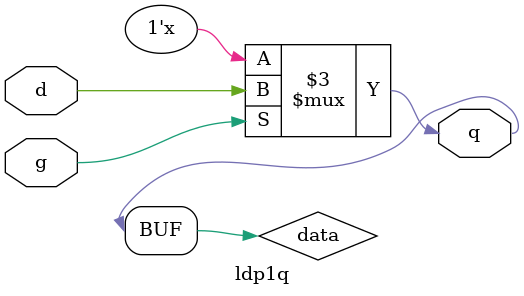
<source format=v>
`include "defs.v"

module ldp1q
(
	output	q,
	input		d,
	input		g
);

reg	data = 1'b0;

assign q = data;

always @(d or g)
begin
	if (g) begin
		data <= d;
	end
end

endmodule

</source>
